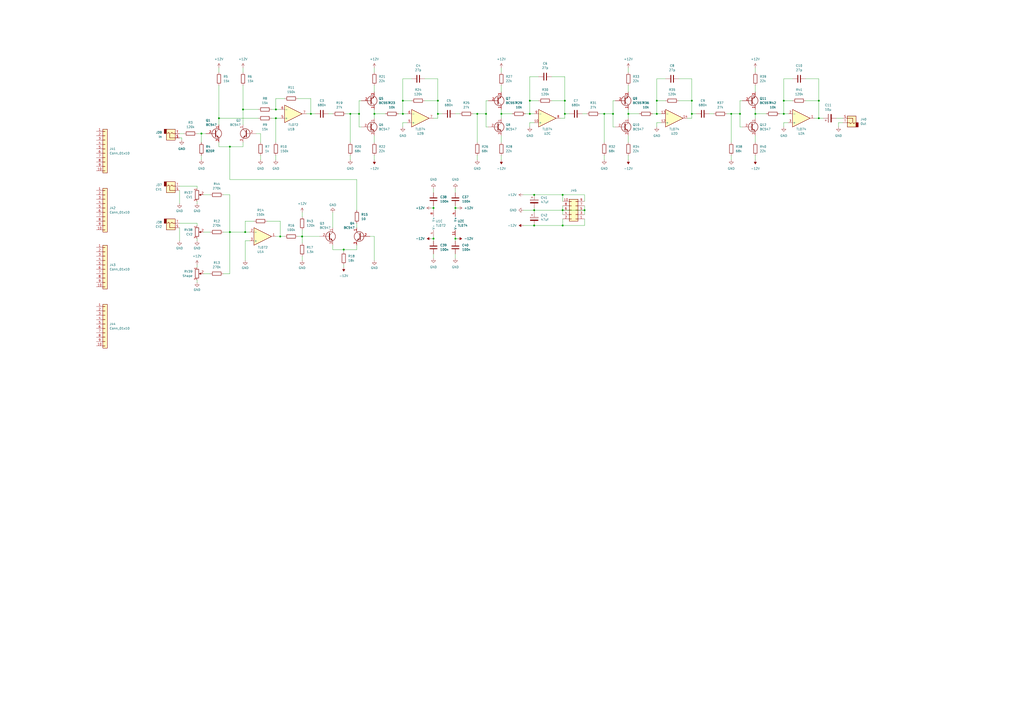
<source format=kicad_sch>
(kicad_sch (version 20230121) (generator eeschema)
  (paper "A2")
  (title_block (title "YuSynth Metalizer") (date "2022-09-02") (company "Max Bauer") (comment 1 "Eurorack Module"))
  (junction (at 175.26 137.16))
  (junction (at 474.98 68.58))
  (junction (at 309.88 130.81))
  (junction (at 364.49 66.04))
  (junction (at 339.09 121.92))
  (junction (at 264.16 120.65))
  (junction (at 454.66 66.04))
  (junction (at 199.39 144.78))
  (junction (at 326.39 113.03))
  (junction (at 326.39 130.81))
  (junction (at 355.6 66.04))
  (junction (at 203.2 66.04))
  (junction (at 327.66 66.04))
  (junction (at 454.66 58.42))
  (junction (at 326.39 121.92))
  (junction (at 180.34 66.04))
  (junction (at 264.16 138.43))
  (junction (at 438.15 66.04))
  (junction (at 160.02 68.58))
  (junction (at 133.35 85.09))
  (junction (at 133.35 134.62))
  (junction (at 281.94 66.04))
  (junction (at 429.26 66.04))
  (junction (at 208.28 66.04))
  (junction (at 424.18 66.04))
  (junction (at 217.17 66.04))
  (junction (at 251.46 120.65))
  (junction (at 309.88 121.92))
  (junction (at 276.86 66.04))
  (junction (at 162.56 137.16))
  (junction (at 350.52 66.04))
  (junction (at 233.68 58.42))
  (junction (at 127 68.58))
  (junction (at 401.32 58.42))
  (junction (at 307.34 58.42))
  (junction (at 142.24 134.62))
  (junction (at 254 58.42))
  (junction (at 140.97 63.5))
  (junction (at 474.98 58.42))
  (junction (at 251.46 138.43))
  (junction (at 233.68 66.04))
  (junction (at 309.88 113.03))
  (junction (at 401.32 66.04))
  (junction (at 381 66.04))
  (junction (at 307.34 66.04))
  (junction (at 290.83 66.04))
  (junction (at 116.84 77.47))
  (junction (at 160.02 63.5))
  (junction (at 254 66.04))
  (junction (at 381 58.42))
  (junction (at 327.66 58.42))
  (wire (pts (xy 127 68.58) (xy 127 72.39)))
  (wire (pts (xy 200.66 66.04) (xy 203.2 66.04)))
  (wire (pts (xy 142.24 139.7) (xy 144.78 139.7)))
  (wire (pts (xy 142.24 134.62) (xy 144.78 134.62)))
  (wire (pts (xy 429.26 66.04) (xy 429.26 73.66)))
  (wire (pts (xy 290.83 90.17) (xy 290.83 92.71)))
  (wire (pts (xy 160.02 90.17) (xy 160.02 92.71)))
  (wire (pts (xy 264.16 120.65) (xy 265.43 120.65)))
  (wire (pts (xy 424.18 90.17) (xy 424.18 92.71)))
  (wire (pts (xy 281.94 58.42) (xy 281.94 66.04)))
  (wire (pts (xy 172.72 57.15) (xy 180.34 57.15)))
  (wire (pts (xy 175.26 137.16) (xy 185.42 137.16)))
  (wire (pts (xy 250.19 120.65) (xy 251.46 120.65)))
  (wire (pts (xy 264.16 109.22) (xy 264.16 111.76)))
  (wire (pts (xy 251.46 137.16) (xy 251.46 138.43)))
  (wire (pts (xy 104.14 129.54) (xy 114.3 129.54)))
  (wire (pts (xy 378.46 66.04) (xy 381 66.04)))
  (wire (pts (xy 157.48 63.5) (xy 160.02 63.5)))
  (wire (pts (xy 327.66 66.04) (xy 327.66 68.58)))
  (wire (pts (xy 208.28 66.04) (xy 208.28 73.66)))
  (wire (pts (xy 127 49.53) (xy 127 68.58)))
  (wire (pts (xy 438.15 90.17) (xy 438.15 92.71)))
  (wire (pts (xy 105.41 81.28) (xy 105.41 80.01)))
  (wire (pts (xy 246.38 58.42) (xy 254 58.42)))
  (wire (pts (xy 309.88 121.92) (xy 326.39 121.92)))
  (wire (pts (xy 203.2 90.17) (xy 203.2 92.71)))
  (wire (pts (xy 157.48 68.58) (xy 160.02 68.58)))
  (wire (pts (xy 467.36 58.42) (xy 474.98 58.42)))
  (wire (pts (xy 304.8 66.04) (xy 307.34 66.04)))
  (wire (pts (xy 114.3 138.43) (xy 114.3 139.7)))
  (wire (pts (xy 424.18 66.04) (xy 424.18 82.55)))
  (wire (pts (xy 307.34 44.45) (xy 307.34 58.42)))
  (wire (pts (xy 355.6 66.04) (xy 355.6 73.66)))
  (wire (pts (xy 326.39 113.03) (xy 339.09 113.03)))
  (wire (pts (xy 281.94 66.04) (xy 281.94 73.66)))
  (wire (pts (xy 281.94 73.66) (xy 283.21 73.66)))
  (wire (pts (xy 327.66 68.58) (xy 325.12 68.58)))
  (wire (pts (xy 290.83 39.37) (xy 290.83 41.91)))
  (wire (pts (xy 118.11 113.03) (xy 121.92 113.03)))
  (wire (pts (xy 327.66 66.04) (xy 330.2 66.04)))
  (wire (pts (xy 454.66 58.42) (xy 454.66 66.04)))
  (wire (pts (xy 133.35 104.14) (xy 207.01 104.14)))
  (wire (pts (xy 401.32 66.04) (xy 401.32 68.58)))
  (wire (pts (xy 290.83 63.5) (xy 290.83 66.04)))
  (wire (pts (xy 177.8 66.04) (xy 180.34 66.04)))
  (wire (pts (xy 208.28 73.66) (xy 209.55 73.66)))
  (wire (pts (xy 251.46 147.32) (xy 251.46 149.86)))
  (wire (pts (xy 193.04 123.19) (xy 193.04 132.08)))
  (wire (pts (xy 233.68 45.72) (xy 233.68 58.42)))
  (wire (pts (xy 276.86 66.04) (xy 276.86 82.55)))
  (wire (pts (xy 339.09 121.92) (xy 339.09 124.46)))
  (wire (pts (xy 488.95 71.12) (xy 486.41 71.12)))
  (wire (pts (xy 290.83 66.04) (xy 297.18 66.04)))
  (wire (pts (xy 250.19 138.43) (xy 251.46 138.43)))
  (wire (pts (xy 217.17 90.17) (xy 217.17 92.71)))
  (wire (pts (xy 438.15 66.04) (xy 444.5 66.04)))
  (wire (pts (xy 364.49 39.37) (xy 364.49 41.91)))
  (wire (pts (xy 350.52 66.04) (xy 350.52 82.55)))
  (wire (pts (xy 312.42 58.42) (xy 307.34 58.42)))
  (wire (pts (xy 118.11 158.75) (xy 121.92 158.75)))
  (wire (pts (xy 151.13 90.17) (xy 151.13 92.71)))
  (wire (pts (xy 160.02 57.15) (xy 160.02 63.5)))
  (wire (pts (xy 180.34 57.15) (xy 180.34 66.04)))
  (wire (pts (xy 276.86 66.04) (xy 281.94 66.04)))
  (wire (pts (xy 160.02 68.58) (xy 162.56 68.58)))
  (wire (pts (xy 401.32 66.04) (xy 403.86 66.04)))
  (wire (pts (xy 393.7 45.72) (xy 401.32 45.72)))
  (wire (pts (xy 474.98 68.58) (xy 472.44 68.58)))
  (wire (pts (xy 140.97 85.09) (xy 140.97 82.55)))
  (wire (pts (xy 114.3 116.84) (xy 114.3 118.11)))
  (wire (pts (xy 320.04 44.45) (xy 327.66 44.45)))
  (wire (pts (xy 474.98 68.58) (xy 477.52 68.58)))
  (wire (pts (xy 364.49 49.53) (xy 364.49 53.34)))
  (wire (pts (xy 307.34 58.42) (xy 307.34 66.04)))
  (wire (pts (xy 276.86 90.17) (xy 276.86 92.71)))
  (wire (pts (xy 129.54 134.62) (xy 133.35 134.62)))
  (wire (pts (xy 350.52 90.17) (xy 350.52 92.71)))
  (wire (pts (xy 364.49 90.17) (xy 364.49 92.71)))
  (wire (pts (xy 133.35 85.09) (xy 140.97 85.09)))
  (wire (pts (xy 290.83 66.04) (xy 290.83 68.58)))
  (wire (pts (xy 254 58.42) (xy 254 66.04)))
  (wire (pts (xy 127 39.37) (xy 127 41.91)))
  (wire (pts (xy 209.55 58.42) (xy 208.28 58.42)))
  (wire (pts (xy 309.88 121.92) (xy 309.88 123.19)))
  (wire (pts (xy 160.02 68.58) (xy 160.02 82.55)))
  (wire (pts (xy 142.24 139.7) (xy 142.24 151.13)))
  (wire (pts (xy 207.01 104.14) (xy 207.01 121.92)))
  (wire (pts (xy 207.01 129.54) (xy 207.01 132.08)))
  (wire (pts (xy 233.68 58.42) (xy 233.68 66.04)))
  (wire (pts (xy 151.13 77.47) (xy 151.13 82.55)))
  (wire (pts (xy 127 85.09) (xy 133.35 85.09)))
  (wire (pts (xy 320.04 58.42) (xy 327.66 58.42)))
  (wire (pts (xy 217.17 78.74) (xy 217.17 82.55)))
  (wire (pts (xy 172.72 137.16) (xy 175.26 137.16)))
  (wire (pts (xy 401.32 45.72) (xy 401.32 58.42)))
  (wire (pts (xy 199.39 144.78) (xy 199.39 146.05)))
  (wire (pts (xy 381 45.72) (xy 381 58.42)))
  (wire (pts (xy 160.02 57.15) (xy 165.1 57.15)))
  (wire (pts (xy 326.39 130.81) (xy 326.39 127)))
  (wire (pts (xy 129.54 158.75) (xy 133.35 158.75)))
  (wire (pts (xy 133.35 134.62) (xy 133.35 113.03)))
  (wire (pts (xy 214.63 137.16) (xy 217.17 137.16)))
  (wire (pts (xy 327.66 58.42) (xy 327.66 66.04)))
  (wire (pts (xy 193.04 142.24) (xy 193.04 144.78)))
  (wire (pts (xy 238.76 45.72) (xy 233.68 45.72)))
  (wire (pts (xy 355.6 58.42) (xy 355.6 66.04)))
  (wire (pts (xy 264.16 138.43) (xy 264.16 139.7)))
  (wire (pts (xy 438.15 39.37) (xy 438.15 41.91)))
  (wire (pts (xy 175.26 137.16) (xy 175.26 140.97)))
  (wire (pts (xy 199.39 144.78) (xy 207.01 144.78)))
  (wire (pts (xy 303.53 130.81) (xy 309.88 130.81)))
  (wire (pts (xy 386.08 45.72) (xy 381 45.72)))
  (wire (pts (xy 114.3 129.54) (xy 114.3 130.81)))
  (wire (pts (xy 326.39 130.81) (xy 339.09 130.81)))
  (wire (pts (xy 104.14 110.49) (xy 104.14 118.11)))
  (wire (pts (xy 233.68 66.04) (xy 236.22 66.04)))
  (wire (pts (xy 411.48 66.04) (xy 414.02 66.04)))
  (wire (pts (xy 251.46 119.38) (xy 251.46 120.65)))
  (wire (pts (xy 309.88 130.81) (xy 326.39 130.81)))
  (wire (pts (xy 217.17 39.37) (xy 217.17 41.91)))
  (wire (pts (xy 140.97 49.53) (xy 140.97 63.5)))
  (wire (pts (xy 129.54 113.03) (xy 133.35 113.03)))
  (wire (pts (xy 175.26 148.59) (xy 175.26 151.13)))
  (wire (pts (xy 430.53 58.42) (xy 429.26 58.42)))
  (wire (pts (xy 105.41 80.01) (xy 104.14 80.01)))
  (wire (pts (xy 326.39 119.38) (xy 326.39 121.92)))
  (wire (pts (xy 148.59 77.47) (xy 151.13 77.47)))
  (wire (pts (xy 254 66.04) (xy 256.54 66.04)))
  (wire (pts (xy 438.15 78.74) (xy 438.15 82.55)))
  (wire (pts (xy 303.53 113.03) (xy 309.88 113.03)))
  (wire (pts (xy 307.34 66.04) (xy 309.88 66.04)))
  (wire (pts (xy 199.39 153.67) (xy 199.39 154.94)))
  (wire (pts (xy 104.14 107.95) (xy 114.3 107.95)))
  (wire (pts (xy 246.38 45.72) (xy 254 45.72)))
  (wire (pts (xy 180.34 66.04) (xy 182.88 66.04)))
  (wire (pts (xy 290.83 49.53) (xy 290.83 53.34)))
  (wire (pts (xy 424.18 66.04) (xy 429.26 66.04)))
  (wire (pts (xy 457.2 71.12) (xy 454.66 71.12)))
  (wire (pts (xy 381 66.04) (xy 383.54 66.04)))
  (wire (pts (xy 114.3 162.56) (xy 114.3 163.83)))
  (wire (pts (xy 309.88 71.12) (xy 307.34 71.12)))
  (wire (pts (xy 203.2 66.04) (xy 203.2 82.55)))
  (wire (pts (xy 326.39 121.92) (xy 339.09 121.92)))
  (wire (pts (xy 264.16 120.65) (xy 264.16 121.92)))
  (wire (pts (xy 438.15 66.04) (xy 438.15 68.58)))
  (wire (pts (xy 309.88 120.65) (xy 309.88 121.92)))
  (wire (pts (xy 254 68.58) (xy 251.46 68.58)))
  (wire (pts (xy 104.14 132.08) (xy 104.14 139.7)))
  (wire (pts (xy 140.97 39.37) (xy 140.97 41.91)))
  (wire (pts (xy 264.16 119.38) (xy 264.16 120.65)))
  (wire (pts (xy 264.16 138.43) (xy 265.43 138.43)))
  (wire (pts (xy 238.76 58.42) (xy 233.68 58.42)))
  (wire (pts (xy 429.26 58.42) (xy 429.26 66.04)))
  (wire (pts (xy 116.84 90.17) (xy 116.84 92.71)))
  (wire (pts (xy 339.09 113.03) (xy 339.09 116.84)))
  (wire (pts (xy 190.5 66.04) (xy 193.04 66.04)))
  (wire (pts (xy 217.17 49.53) (xy 217.17 53.34)))
  (wire (pts (xy 454.66 71.12) (xy 454.66 73.66)))
  (wire (pts (xy 175.26 133.35) (xy 175.26 137.16)))
  (wire (pts (xy 303.53 121.92) (xy 309.88 121.92)))
  (wire (pts (xy 459.74 45.72) (xy 454.66 45.72)))
  (wire (pts (xy 127 82.55) (xy 127 85.09)))
  (wire (pts (xy 326.39 121.92) (xy 326.39 124.46)))
  (wire (pts (xy 160.02 63.5) (xy 162.56 63.5)))
  (wire (pts (xy 175.26 123.19) (xy 175.26 125.73)))
  (wire (pts (xy 355.6 73.66) (xy 356.87 73.66)))
  (wire (pts (xy 337.82 66.04) (xy 340.36 66.04)))
  (wire (pts (xy 264.16 147.32) (xy 264.16 149.86)))
  (wire (pts (xy 459.74 58.42) (xy 454.66 58.42)))
  (wire (pts (xy 364.49 78.74) (xy 364.49 82.55)))
  (wire (pts (xy 133.35 134.62) (xy 142.24 134.62)))
  (wire (pts (xy 114.3 77.47) (xy 116.84 77.47)))
  (wire (pts (xy 160.02 137.16) (xy 162.56 137.16)))
  (wire (pts (xy 231.14 66.04) (xy 233.68 66.04)))
  (wire (pts (xy 386.08 58.42) (xy 381 58.42)))
  (wire (pts (xy 364.49 66.04) (xy 370.84 66.04)))
  (wire (pts (xy 162.56 137.16) (xy 165.1 137.16)))
  (wire (pts (xy 350.52 66.04) (xy 355.6 66.04)))
  (wire (pts (xy 307.34 71.12) (xy 307.34 73.66)))
  (wire (pts (xy 438.15 63.5) (xy 438.15 66.04)))
  (wire (pts (xy 114.3 107.95) (xy 114.3 109.22)))
  (wire (pts (xy 326.39 113.03) (xy 326.39 116.84)))
  (wire (pts (xy 356.87 58.42) (xy 355.6 58.42)))
  (wire (pts (xy 421.64 66.04) (xy 424.18 66.04)))
  (wire (pts (xy 401.32 58.42) (xy 401.32 66.04)))
  (wire (pts (xy 142.24 128.27) (xy 147.32 128.27)))
  (wire (pts (xy 381 58.42) (xy 381 66.04)))
  (wire (pts (xy 290.83 78.74) (xy 290.83 82.55)))
  (wire (pts (xy 383.54 71.12) (xy 381 71.12)))
  (wire (pts (xy 312.42 44.45) (xy 307.34 44.45)))
  (wire (pts (xy 347.98 66.04) (xy 350.52 66.04)))
  (wire (pts (xy 251.46 109.22) (xy 251.46 111.76)))
  (wire (pts (xy 309.88 113.03) (xy 326.39 113.03)))
  (wire (pts (xy 364.49 63.5) (xy 364.49 66.04)))
  (wire (pts (xy 254 45.72) (xy 254 58.42)))
  (wire (pts (xy 217.17 137.16) (xy 217.17 151.13)))
  (wire (pts (xy 264.16 137.16) (xy 264.16 138.43)))
  (wire (pts (xy 339.09 119.38) (xy 339.09 121.92)))
  (wire (pts (xy 133.35 85.09) (xy 133.35 104.14)))
  (wire (pts (xy 474.98 58.42) (xy 474.98 68.58)))
  (wire (pts (xy 118.11 134.62) (xy 121.92 134.62)))
  (wire (pts (xy 454.66 45.72) (xy 454.66 58.42)))
  (wire (pts (xy 364.49 66.04) (xy 364.49 68.58)))
  (wire (pts (xy 467.36 45.72) (xy 474.98 45.72)))
  (wire (pts (xy 401.32 68.58) (xy 398.78 68.58)))
  (wire (pts (xy 217.17 63.5) (xy 217.17 66.04)))
  (wire (pts (xy 283.21 58.42) (xy 281.94 58.42)))
  (wire (pts (xy 454.66 66.04) (xy 457.2 66.04)))
  (wire (pts (xy 381 71.12) (xy 381 73.66)))
  (wire (pts (xy 474.98 45.72) (xy 474.98 58.42)))
  (wire (pts (xy 114.3 153.67) (xy 114.3 154.94)))
  (wire (pts (xy 274.32 66.04) (xy 276.86 66.04)))
  (wire (pts (xy 452.12 66.04) (xy 454.66 66.04)))
  (wire (pts (xy 162.56 128.27) (xy 162.56 137.16)))
  (wire (pts (xy 429.26 73.66) (xy 430.53 73.66)))
  (wire (pts (xy 251.46 138.43) (xy 251.46 139.7)))
  (wire (pts (xy 116.84 77.47) (xy 119.38 77.47)))
  (wire (pts (xy 154.94 128.27) (xy 162.56 128.27)))
  (wire (pts (xy 203.2 66.04) (xy 208.28 66.04)))
  (wire (pts (xy 339.09 130.81) (xy 339.09 127)))
  (wire (pts (xy 264.16 66.04) (xy 266.7 66.04)))
  (wire (pts (xy 327.66 44.45) (xy 327.66 58.42)))
  (wire (pts (xy 142.24 128.27) (xy 142.24 134.62)))
  (wire (pts (xy 485.14 68.58) (xy 488.95 68.58)))
  (wire (pts (xy 208.28 58.42) (xy 208.28 66.04)))
  (wire (pts (xy 217.17 66.04) (xy 223.52 66.04)))
  (wire (pts (xy 140.97 63.5) (xy 149.86 63.5)))
  (wire (pts (xy 116.84 77.47) (xy 116.84 82.55)))
  (wire (pts (xy 127 68.58) (xy 149.86 68.58)))
  (wire (pts (xy 236.22 71.12) (xy 233.68 71.12)))
  (wire (pts (xy 207.01 144.78) (xy 207.01 142.24)))
  (wire (pts (xy 133.35 158.75) (xy 133.35 134.62)))
  (wire (pts (xy 140.97 63.5) (xy 140.97 72.39)))
  (wire (pts (xy 217.17 66.04) (xy 217.17 68.58)))
  (wire (pts (xy 193.04 144.78) (xy 199.39 144.78)))
  (wire (pts (xy 254 66.04) (xy 254 68.58)))
  (wire (pts (xy 486.41 71.12) (xy 486.41 73.66)))
  (wire (pts (xy 251.46 120.65) (xy 251.46 121.92)))
  (wire (pts (xy 233.68 71.12) (xy 233.68 73.66)))
  (wire (pts (xy 104.14 77.47) (xy 106.68 77.47)))
  (wire (pts (xy 438.15 49.53) (xy 438.15 53.34)))
  (wire (pts (xy 393.7 58.42) (xy 401.32 58.42)))
  (symbol (lib_id "Amplifier_Operational:TL072") (at 170.18 66.04 0) (mirror x) (unit 2)
    (property "Reference" "U1" (at 168.91 74.93 0))
    (property "Value" "TL072" (at 170.18 72.39 0))
    (property "Footprint" "Package_DIP:DIP-8_W7.62mm_LongPads" (effects hide))
    (property "Datasheet" "http://www.ti.com/lit/ds/symlink/tl071.pdf" (effects hide))
  )
  (symbol (lib_id "power:+12V") (at 175.26 123.19 0) (unit 1)
    (property "Reference" "#PWR042" (effects hide))
    (property "Value" "+12V" (at 175.26 118.11 0))
  )
  (symbol (lib_id "Device:R") (at 438.15 45.72 0) (unit 1)
    (property "Reference" "R39" (at 440.69 44.4499 0) (effects (justify left)))
    (property "Value" "22k" (at 440.69 46.9899 0) (effects (justify left)))
    (property "Footprint" "Resistor_THT:R_Axial_DIN0207_L6.3mm_D2.5mm_P7.62mm_Horizontal" (effects hide))
  )
  (symbol (lib_id "power:GND") (at 251.46 149.86 0) (unit 1)
    (property "Reference" "#PWR055" (effects hide))
    (property "Value" "GND" (at 251.46 154.94 0))
  )
  (symbol (lib_id "Device:R") (at 290.83 45.72 0) (unit 1)
    (property "Reference" "R27" (at 293.37 44.4499 0) (effects (justify left)))
    (property "Value" "22k" (at 293.37 46.9899 0) (effects (justify left)))
    (property "Footprint" "Resistor_THT:R_Axial_DIN0207_L6.3mm_D2.5mm_P7.62mm_Horizontal" (effects hide))
  )
  (symbol (lib_id "Device:R_Potentiometer") (at 114.3 134.62 0) (unit 1)
    (property "Reference" "RV38" (at 111.76 133.35 0) (effects (justify right)))
    (property "Value" "CV2" (at 111.76 135.89 0) (effects (justify right)))
    (property "Footprint" "Potentiometer_THT:Potentiometer_Alpha_RD901F-40-00D_Single_Vertical" (effects hide))
  )
  (symbol (lib_id "Amplifier_Operational:TL074") (at 243.84 68.58 0) (mirror x) (unit 2)
    (property "Reference" "U2" (at 243.84 77.47 0))
    (property "Value" "TL074" (at 243.84 74.93 0))
    (property "Footprint" "Package_DIP:DIP-14_W7.62mm_LongPads" (effects hide))
    (property "Datasheet" "http://www.ti.com/lit/ds/symlink/tl071.pdf" (effects hide))
  )
  (symbol (lib_id "power:GND") (at 105.41 81.28 0) (unit 1)
    (property "Reference" "#PWR0123" (effects hide))
    (property "Value" "GND" (at 105.41 86.36 0))
  )
  (symbol (lib_id "Device:R") (at 417.83 66.04 90) (unit 1)
    (property "Reference" "R37" (at 417.83 59.69 90))
    (property "Value" "27k" (at 417.83 62.23 90))
    (property "Footprint" "Resistor_THT:R_Axial_DIN0207_L6.3mm_D2.5mm_P7.62mm_Horizontal" (effects hide))
  )
  (symbol (lib_id "Device:R") (at 125.73 134.62 90) (unit 1)
    (property "Reference" "R12" (at 125.73 128.27 90))
    (property "Value" "270k" (at 125.73 130.81 90))
    (property "Footprint" "Resistor_THT:R_Axial_DIN0207_L6.3mm_D2.5mm_P7.62mm_Horizontal" (effects hide))
  )
  (symbol (lib_id "power:GND") (at 203.2 92.71 0) (unit 1)
    (property "Reference" "#PWR0105" (effects hide))
    (property "Value" "GND" (at 203.2 97.79 0))
  )
  (symbol (lib_id "Device:C_Polarized") (at 309.88 116.84 0) (unit 1)
    (property "Reference" "C41" (at 313.69 114.681 0) (effects (justify left)))
    (property "Value" "47uf" (at 313.69 117.221 0) (effects (justify left)))
    (property "Footprint" "Capacitor_THT:CP_Radial_D6.3mm_P2.50mm" (effects hide))
  )
  (symbol (lib_id "Transistor_BJT:BC547") (at 209.55 137.16 0) (mirror y) (unit 1)
    (property "Reference" "Q4" (at 205.74 129.54 0) (effects (justify left)))
    (property "Value" "BC547" (at 205.74 132.08 0) (effects (justify left)))
    (property "Footprint" "Package_TO_SOT_THT:TO-92_Inline" (effects hide))
    (property "Datasheet" "https://www.onsemi.com/pub/Collateral/BC550-D.pdf" (effects hide))
  )
  (symbol (lib_id "power:+12V") (at 290.83 39.37 0) (unit 1)
    (property "Reference" "#PWR0103" (effects hide))
    (property "Value" "+12V" (at 290.83 34.29 0))
  )
  (symbol (lib_id "power:+12V") (at 217.17 39.37 0) (unit 1)
    (property "Reference" "#PWR0119" (effects hide))
    (property "Value" "+12V" (at 217.17 34.29 0))
  )
  (symbol (lib_id "power:GND") (at 104.14 139.7 0) (unit 1)
    (property "Reference" "#PWR049" (effects hide))
    (property "Value" "GND" (at 104.14 143.9717 0))
  )
  (symbol (lib_id "Device:R") (at 242.57 58.42 90) (unit 1)
    (property "Reference" "R24" (at 242.57 52.07 90))
    (property "Value" "120k" (at 242.57 54.61 90))
    (property "Footprint" "Resistor_THT:R_Axial_DIN0207_L6.3mm_D2.5mm_P7.62mm_Horizontal" (effects hide))
  )
  (symbol (lib_id "power:GND") (at 264.16 109.22 180) (unit 1)
    (property "Reference" "#PWR053" (effects hide))
    (property "Value" "GND" (at 264.16 104.14 0))
  )
  (symbol (lib_id "Device:C") (at 389.89 45.72 90) (unit 1)
    (property "Reference" "C8" (at 389.89 38.1 90))
    (property "Value" "27p" (at 389.89 40.64 90))
    (property "Footprint" "Capacitor_THT:C_Rect_L4.0mm_W2.5mm_P2.50mm" (effects hide))
  )
  (symbol (lib_id "power:GND") (at 233.68 73.66 0) (unit 1)
    (property "Reference" "#PWR0106" (effects hide))
    (property "Value" "GND" (at 233.68 78.74 0))
  )
  (symbol (lib_id "power:GND") (at 142.24 151.13 0) (unit 1)
    (property "Reference" "#PWR045" (effects hide))
    (property "Value" "GND" (at 142.24 155.4017 0))
  )
  (symbol (lib_id "Device:R") (at 424.18 86.36 0) (unit 1)
    (property "Reference" "R38" (at 426.72 85.0899 0) (effects (justify left)))
    (property "Value" "68k" (at 426.72 87.6299 0) (effects (justify left)))
    (property "Footprint" "Resistor_THT:R_Axial_DIN0207_L6.3mm_D2.5mm_P7.62mm_Horizontal" (effects hide))
  )
  (symbol (lib_id "Device:R") (at 389.89 58.42 90) (unit 1)
    (property "Reference" "R35" (at 389.89 52.07 90))
    (property "Value" "120k" (at 389.89 54.61 90))
    (property "Footprint" "Resistor_THT:R_Axial_DIN0207_L6.3mm_D2.5mm_P7.62mm_Horizontal" (effects hide))
  )
  (symbol (lib_id "Device:R") (at 168.91 57.15 90) (unit 1)
    (property "Reference" "R11" (at 168.91 50.8 90))
    (property "Value" "150k" (at 168.91 53.34 90))
    (property "Footprint" "Resistor_THT:R_Axial_DIN0207_L6.3mm_D2.5mm_P7.62mm_Horizontal" (effects hide))
  )
  (symbol (lib_id "Connector:AudioJack2") (at 99.06 107.95 0) (mirror x) (unit 1)
    (property "Reference" "J37" (at 93.98 107.315 0) (effects (justify right)))
    (property "Value" "CV1" (at 93.98 109.855 0) (effects (justify right)))
    (property "Footprint" "Connector_Audio:Jack_3.5mm_QingPu_WQP-PJ398SM_Vertical_CircularHoles" (effects hide))
  )
  (symbol (lib_id "Device:R") (at 160.02 86.36 0) (unit 1)
    (property "Reference" "R10" (at 162.56 85.0899 0) (effects (justify left)))
    (property "Value" "150k" (at 162.56 87.6299 0) (effects (justify left)))
    (property "Footprint" "Resistor_THT:R_Axial_DIN0207_L6.3mm_D2.5mm_P7.62mm_Horizontal" (effects hide))
  )
  (symbol (lib_id "power:GND") (at 276.86 92.71 0) (unit 1)
    (property "Reference" "#PWR0116" (effects hide))
    (property "Value" "GND" (at 276.86 97.79 0))
  )
  (symbol (lib_id "Device:R") (at 199.39 149.86 0) (unit 1)
    (property "Reference" "R18" (at 201.93 148.59 0) (effects (justify left)))
    (property "Value" "18k" (at 201.93 151.13 0) (effects (justify left)))
    (property "Footprint" "Resistor_THT:R_Axial_DIN0207_L6.3mm_D2.5mm_P7.62mm_Horizontal" (effects hide))
  )
  (symbol (lib_id "Connector_Generic:Conn_01x10") (at 60.96 187.96 0) (unit 1)
    (property "Reference" "J44" (at 63.5 187.96 0) (effects (justify left)))
    (property "Value" "Conn_01x10" (at 63.5 190.5 0) (effects (justify left)))
    (property "Footprint" "Connector_PinHeader_2.54mm:PinHeader_1x10_P2.54mm_Vertical" (effects hide))
  )
  (symbol (lib_id "power:GND") (at 381 73.66 0) (unit 1)
    (property "Reference" "#PWR0111" (effects hide))
    (property "Value" "GND" (at 381 78.74 0))
  )
  (symbol (lib_id "Transistor_BJT:BC547") (at 124.46 77.47 0) (unit 1)
    (property "Reference" "Q1" (at 119.38 69.85 0) (effects (justify left)))
    (property "Value" "BC547" (at 119.38 72.39 0) (effects (justify left)))
    (property "Footprint" "Package_TO_SOT_THT:TO-92_Inline" (effects hide))
    (property "Datasheet" "https://www.onsemi.com/pub/Collateral/BC550-D.pdf" (effects hide))
  )
  (symbol (lib_id "Device:R") (at 125.73 158.75 90) (unit 1)
    (property "Reference" "R13" (at 125.73 152.4 90))
    (property "Value" "270k" (at 125.73 154.94 90))
    (property "Footprint" "Resistor_THT:R_Axial_DIN0207_L6.3mm_D2.5mm_P7.62mm_Horizontal" (effects hide))
  )
  (symbol (lib_id "power:-12V") (at 199.39 154.94 180) (unit 1)
    (property "Reference" "#PWR059" (effects hide))
    (property "Value" "-12V" (at 199.39 160.02 0))
  )
  (symbol (lib_id "Device:C") (at 251.46 115.57 0) (unit 1)
    (property "Reference" "C38" (at 255.27 114.3 0) (effects (justify left)))
    (property "Value" "100n" (at 255.27 116.84 0) (effects (justify left)))
    (property "Footprint" "Capacitor_THT:C_Rect_L7.0mm_W2.0mm_P5.00mm" (effects hide))
  )
  (symbol (lib_id "Device:C") (at 334.01 66.04 90) (unit 1)
    (property "Reference" "C7" (at 334.01 58.42 90))
    (property "Value" "680n" (at 334.01 60.96 90))
    (property "Footprint" "Capacitor_THT:C_Rect_L7.0mm_W3.5mm_P5.00mm" (effects hide))
  )
  (symbol (lib_id "Device:C") (at 264.16 143.51 0) (unit 1)
    (property "Reference" "C40" (at 267.97 142.24 0) (effects (justify left)))
    (property "Value" "100n" (at 267.97 144.78 0) (effects (justify left)))
    (property "Footprint" "Capacitor_THT:C_Rect_L7.0mm_W2.0mm_P5.00mm" (effects hide))
  )
  (symbol (lib_id "Connector:AudioJack2") (at 99.06 77.47 0) (mirror x) (unit 1)
    (property "Reference" "J39" (at 93.98 76.835 0) (effects (justify right)))
    (property "Value" "In" (at 93.98 79.375 0) (effects (justify right)))
    (property "Footprint" "Connector_Audio:Jack_3.5mm_QingPu_WQP-PJ398SM_Vertical_CircularHoles" (effects hide))
  )
  (symbol (lib_id "Device:C") (at 260.35 66.04 90) (unit 1)
    (property "Reference" "C5" (at 260.35 58.42 90))
    (property "Value" "680n" (at 260.35 60.96 90))
    (property "Footprint" "Capacitor_THT:C_Rect_L7.0mm_W3.5mm_P5.00mm" (effects hide))
  )
  (symbol (lib_id "Amplifier_Operational:TL074") (at 391.16 68.58 0) (mirror x) (unit 4)
    (property "Reference" "U2" (at 391.16 77.47 0))
    (property "Value" "TL074" (at 391.16 74.93 0))
    (property "Footprint" "Package_DIP:DIP-14_W7.62mm_LongPads" (effects hide))
    (property "Datasheet" "http://www.ti.com/lit/ds/symlink/tl071.pdf" (effects hide))
  )
  (symbol (lib_id "power:+12V") (at 303.53 113.03 90) (unit 1)
    (property "Reference" "#PWR057" (effects hide))
    (property "Value" "+12V" (at 299.72 113.03 90) (effects (justify left)))
  )
  (symbol (lib_id "Device:C") (at 264.16 115.57 0) (unit 1)
    (property "Reference" "C37" (at 267.97 114.3 0) (effects (justify left)))
    (property "Value" "100n" (at 267.97 116.84 0) (effects (justify left)))
    (property "Footprint" "Capacitor_THT:C_Rect_L7.0mm_W2.0mm_P5.00mm" (effects hide))
  )
  (symbol (lib_id "Transistor_BJT:BC557") (at 435.61 58.42 0) (mirror x) (unit 1)
    (property "Reference" "Q11" (at 440.69 57.1499 0) (effects (justify left)))
    (property "Value" "BC557" (at 440.69 59.6899 0) (effects (justify left)))
    (property "Footprint" "Package_TO_SOT_THT:TO-92_Inline" (effects hide))
    (property "Datasheet" "https://www.onsemi.com/pub/Collateral/BC556BTA-D.pdf" (effects hide))
  )
  (symbol (lib_id "Device:R") (at 227.33 66.04 90) (unit 1)
    (property "Reference" "R23" (at 227.33 59.69 90))
    (property "Value" "10k" (at 227.33 62.23 90))
    (property "Footprint" "Resistor_THT:R_Axial_DIN0207_L6.3mm_D2.5mm_P7.62mm_Horizontal" (effects hide))
  )
  (symbol (lib_id "Device:R") (at 116.84 86.36 0) (unit 1)
    (property "Reference" "R4" (at 119.38 85.0899 0) (effects (justify left)))
    (property "Value" "820R" (at 119.38 87.6299 0) (effects (justify left)))
    (property "Footprint" "Resistor_THT:R_Axial_DIN0207_L6.3mm_D2.5mm_P7.62mm_Horizontal" (effects hide))
  )
  (symbol (lib_id "Transistor_BJT:BC547") (at 214.63 73.66 0) (unit 1)
    (property "Reference" "Q6" (at 219.71 72.3899 0) (effects (justify left)))
    (property "Value" "BC547" (at 219.71 74.9299 0) (effects (justify left)))
    (property "Footprint" "Package_TO_SOT_THT:TO-92_Inline" (effects hide))
    (property "Datasheet" "https://www.onsemi.com/pub/Collateral/BC550-D.pdf" (effects hide))
  )
  (symbol (lib_id "power:GND") (at 454.66 73.66 0) (unit 1)
    (property "Reference" "#PWR0109" (effects hide))
    (property "Value" "GND" (at 454.66 78.74 0))
  )
  (symbol (lib_id "power:GND") (at 251.46 109.22 180) (unit 1)
    (property "Reference" "#PWR052" (effects hide))
    (property "Value" "GND" (at 251.46 104.14 0))
  )
  (symbol (lib_id "Device:R") (at 127 45.72 0) (unit 1)
    (property "Reference" "R5" (at 129.54 44.4499 0) (effects (justify left)))
    (property "Value" "15k" (at 129.54 46.9899 0) (effects (justify left)))
    (property "Footprint" "Resistor_THT:R_Axial_DIN0207_L6.3mm_D2.5mm_P7.62mm_Horizontal" (effects hide))
  )
  (symbol (lib_id "Device:R") (at 217.17 86.36 0) (unit 1)
    (property "Reference" "R22" (at 219.71 85.0899 0) (effects (justify left)))
    (property "Value" "22k" (at 219.71 87.6299 0) (effects (justify left)))
    (property "Footprint" "Resistor_THT:R_Axial_DIN0207_L6.3mm_D2.5mm_P7.62mm_Horizontal" (effects hide))
  )
  (symbol (lib_id "power:GND") (at 116.84 92.71 0) (unit 1)
    (property "Reference" "#PWR0120" (effects hide))
    (property "Value" "GND" (at 116.84 97.79 0))
  )
  (symbol (lib_id "Device:R") (at 344.17 66.04 90) (unit 1)
    (property "Reference" "R31" (at 344.17 59.69 90))
    (property "Value" "27k" (at 344.17 62.23 90))
    (property "Footprint" "Resistor_THT:R_Axial_DIN0207_L6.3mm_D2.5mm_P7.62mm_Horizontal" (effects hide))
  )
  (symbol (lib_id "power:GND") (at 307.34 73.66 0) (unit 1)
    (property "Reference" "#PWR0113" (effects hide))
    (property "Value" "GND" (at 307.34 78.74 0))
  )
  (symbol (lib_id "power:+12V") (at 114.3 153.67 0) (unit 1)
    (property "Reference" "#PWR051" (effects hide))
    (property "Value" "+12V" (at 114.3 148.59 0))
  )
  (symbol (lib_id "Device:C") (at 251.46 143.51 0) (unit 1)
    (property "Reference" "C39" (at 255.27 142.24 0) (effects (justify left)))
    (property "Value" "100n" (at 255.27 144.78 0) (effects (justify left)))
    (property "Footprint" "Capacitor_THT:C_Rect_L7.0mm_W2.0mm_P5.00mm" (effects hide))
  )
  (symbol (lib_id "power:GND") (at 114.3 163.83 0) (unit 1)
    (property "Reference" "#PWR050" (effects hide))
    (property "Value" "GND" (at 114.3 168.1017 0))
  )
  (symbol (lib_id "Device:R") (at 207.01 125.73 0) (unit 1)
    (property "Reference" "R15" (at 209.55 124.4599 0) (effects (justify left)))
    (property "Value" "10" (at 209.55 126.9999 0) (effects (justify left)))
    (property "Footprint" "Resistor_THT:R_Axial_DIN0207_L6.3mm_D2.5mm_P7.62mm_Horizontal" (effects hide))
  )
  (symbol (lib_id "Device:R") (at 153.67 68.58 90) (unit 1)
    (property "Reference" "R9" (at 153.67 72.39 90))
    (property "Value" "15k" (at 153.67 74.93 90))
    (property "Footprint" "Resistor_THT:R_Axial_DIN0207_L6.3mm_D2.5mm_P7.62mm_Horizontal" (effects hide))
  )
  (symbol (lib_id "power:GND") (at 350.52 92.71 0) (unit 1)
    (property "Reference" "#PWR0107" (effects hide))
    (property "Value" "GND" (at 350.52 97.79 0))
  )
  (symbol (lib_id "Device:C") (at 242.57 45.72 90) (unit 1)
    (property "Reference" "C4" (at 242.57 38.1 90))
    (property "Value" "27p" (at 242.57 40.64 90))
    (property "Footprint" "Capacitor_THT:C_Rect_L4.0mm_W2.5mm_P2.50mm" (effects hide))
  )
  (symbol (lib_id "power:-12V") (at 265.43 138.43 270) (unit 1)
    (property "Reference" "#PWR063" (effects hide))
    (property "Value" "-12V" (at 269.24 138.43 90) (effects (justify left)))
  )
  (symbol (lib_id "Device:R") (at 374.65 66.04 90) (unit 1)
    (property "Reference" "R36" (at 374.65 59.69 90))
    (property "Value" "10k" (at 374.65 62.23 90))
    (property "Footprint" "Resistor_THT:R_Axial_DIN0207_L6.3mm_D2.5mm_P7.62mm_Horizontal" (effects hide))
  )
  (symbol (lib_id "Transistor_BJT:BC547") (at 190.5 137.16 0) (unit 1)
    (property "Reference" "Q3" (at 185.42 129.54 0) (effects (justify left)))
    (property "Value" "BC547" (at 185.42 132.08 0) (effects (justify left)))
    (property "Footprint" "Package_TO_SOT_THT:TO-92_Inline" (effects hide))
    (property "Datasheet" "https://www.onsemi.com/pub/Collateral/BC550-D.pdf" (effects hide))
  )
  (symbol (lib_id "power:GND") (at 486.41 73.66 0) (unit 1)
    (property "Reference" "#PWR0110" (effects hide))
    (property "Value" "GND" (at 486.41 78.74 0))
  )
  (symbol (lib_id "Device:R") (at 151.13 86.36 0) (unit 1)
    (property "Reference" "R7" (at 153.67 85.0899 0) (effects (justify left)))
    (property "Value" "1k" (at 153.67 87.6299 0) (effects (justify left)))
    (property "Footprint" "Resistor_THT:R_Axial_DIN0207_L6.3mm_D2.5mm_P7.62mm_Horizontal" (effects hide))
  )
  (symbol (lib_id "Device:R") (at 140.97 45.72 0) (unit 1)
    (property "Reference" "R6" (at 143.51 44.4499 0) (effects (justify left)))
    (property "Value" "15k" (at 143.51 46.9899 0) (effects (justify left)))
    (property "Footprint" "Resistor_THT:R_Axial_DIN0207_L6.3mm_D2.5mm_P7.62mm_Horizontal" (effects hide))
  )
  (symbol (lib_id "Connector:AudioJack2") (at 494.03 71.12 0) (mirror y) (unit 1)
    (property "Reference" "J40" (at 499.11 69.215 0) (effects (justify right)))
    (property "Value" "Out" (at 499.11 71.755 0) (effects (justify right)))
    (property "Footprint" "Connector_Audio:Jack_3.5mm_QingPu_WQP-PJ398SM_Vertical_CircularHoles" (effects hide))
  )
  (symbol (lib_id "Transistor_BJT:BC557") (at 361.95 58.42 0) (mirror x) (unit 1)
    (property "Reference" "Q9" (at 367.03 57.1499 0) (effects (justify left)))
    (property "Value" "BC557" (at 367.03 59.6899 0) (effects (justify left)))
    (property "Footprint" "Package_TO_SOT_THT:TO-92_Inline" (effects hide))
    (property "Datasheet" "https://www.onsemi.com/pub/Collateral/BC556BTA-D.pdf" (effects hide))
  )
  (symbol (lib_id "power:GND") (at 104.14 118.11 0) (unit 1)
    (property "Reference" "#PWR048" (effects hide))
    (property "Value" "GND" (at 104.14 122.3817 0))
  )
  (symbol (lib_id "Connector:AudioJack2") (at 99.06 129.54 0) (mirror x) (unit 1)
    (property "Reference" "J38" (at 93.98 128.905 0) (effects (justify right)))
    (property "Value" "CV2" (at 93.98 131.445 0) (effects (justify right)))
    (property "Footprint" "Connector_Audio:Jack_3.5mm_QingPu_WQP-PJ398SM_Vertical_CircularHoles" (effects hide))
  )
  (symbol (lib_id "power:+12V") (at 265.43 120.65 270) (unit 1)
    (property "Reference" "#PWR061" (effects hide))
    (property "Value" "+12V" (at 269.24 120.65 90) (effects (justify left)))
  )
  (symbol (lib_id "Device:C") (at 316.23 44.45 90) (unit 1)
    (property "Reference" "C6" (at 316.23 36.83 90))
    (property "Value" "27p" (at 316.23 39.37 90))
    (property "Footprint" "Capacitor_THT:C_Rect_L4.0mm_W2.5mm_P2.50mm" (effects hide))
  )
  (symbol (lib_id "power:GND") (at 114.3 118.11 0) (unit 1)
    (property "Reference" "#PWR046" (effects hide))
    (property "Value" "GND" (at 114.3 122.3817 0))
  )
  (symbol (lib_id "Device:R") (at 110.49 77.47 90) (unit 1)
    (property "Reference" "R3" (at 110.49 71.12 90))
    (property "Value" "120k" (at 110.49 73.66 90))
    (property "Footprint" "Resistor_THT:R_Axial_DIN0207_L6.3mm_D2.5mm_P7.62mm_Horizontal" (effects hide))
  )
  (symbol (lib_id "power:GND") (at 114.3 139.7 0) (unit 1)
    (property "Reference" "#PWR047" (effects hide))
    (property "Value" "GND" (at 114.3 143.9717 0))
  )
  (symbol (lib_id "Amplifier_Operational:TL074") (at 266.7 129.54 0) (unit 5)
    (property "Reference" "U2" (at 265.43 128.27 0) (effects (justify left)))
    (property "Value" "TL074" (at 265.43 130.81 0) (effects (justify left)))
    (property "Footprint" "Package_DIP:DIP-14_W7.62mm_LongPads" (effects hide))
    (property "Datasheet" "http://www.ti.com/lit/ds/symlink/tl071.pdf" (effects hide))
  )
  (symbol (lib_id "Device:C_Polarized") (at 481.33 68.58 90) (unit 1)
    (property "Reference" "C11" (at 480.441 60.96 90))
    (property "Value" "10µ" (at 480.441 63.5 90))
    (property "Footprint" "Capacitor_THT:CP_Radial_D6.3mm_P2.50mm" (effects hide))
  )
  (symbol (lib_id "Device:R") (at 276.86 86.36 0) (unit 1)
    (property "Reference" "R26" (at 279.4 85.0899 0) (effects (justify left)))
    (property "Value" "68k" (at 279.4 87.6299 0) (effects (justify left)))
    (property "Footprint" "Resistor_THT:R_Axial_DIN0207_L6.3mm_D2.5mm_P7.62mm_Horizontal" (effects hide))
  )
  (symbol (lib_id "power:+12V") (at 250.19 120.65 90) (unit 1)
    (property "Reference" "#PWR060" (effects hide))
    (property "Value" "+12V" (at 246.38 120.65 90) (effects (justify left)))
  )
  (symbol (lib_id "power:GND") (at 193.04 123.19 180) (unit 1)
    (property "Reference" "#PWR037" (effects hide))
    (property "Value" "GND" (at 193.04 118.9183 0))
  )
  (symbol (lib_id "Device:C_Polarized") (at 309.88 127 0) (unit 1)
    (property "Reference" "C42" (at 313.69 124.841 0) (effects (justify left)))
    (property "Value" "47uf" (at 313.69 127.381 0) (effects (justify left)))
    (property "Footprint" "Capacitor_THT:CP_Radial_D6.3mm_P2.50mm" (effects hide))
  )
  (symbol (lib_id "Device:R") (at 350.52 86.36 0) (unit 1)
    (property "Reference" "R32" (at 353.06 85.0899 0) (effects (justify left)))
    (property "Value" "68k" (at 353.06 87.6299 0) (effects (justify left)))
    (property "Footprint" "Resistor_THT:R_Axial_DIN0207_L6.3mm_D2.5mm_P7.62mm_Horizontal" (effects hide))
  )
  (symbol (lib_id "Amplifier_Operational:TL072") (at 152.4 137.16 0) (mirror x) (unit 1)
    (property "Reference" "U1" (at 151.13 146.05 0))
    (property "Value" "TL072" (at 152.4 143.51 0))
    (property "Footprint" "Package_DIP:DIP-8_W7.62mm_LongPads" (effects hide))
    (property "Datasheet" "http://www.ti.com/lit/ds/symlink/tl071.pdf" (effects hide))
  )
  (symbol (lib_id "power:GND") (at 424.18 92.71 0) (unit 1)
    (property "Reference" "#PWR0102" (effects hide))
    (property "Value" "GND" (at 424.18 97.79 0))
  )
  (symbol (lib_id "power:-12V") (at 217.17 92.71 180) (unit 1)
    (property "Reference" "#PWR038" (effects hide))
    (property "Value" "-12V" (at 217.17 97.79 0))
  )
  (symbol (lib_id "power:-12V") (at 438.15 92.71 180) (unit 1)
    (property "Reference" "#PWR041" (effects hide))
    (property "Value" "-12V" (at 438.15 97.79 0))
  )
  (symbol (lib_id "Device:R") (at 175.26 129.54 0) (unit 1)
    (property "Reference" "R43" (at 177.8 128.2699 0) (effects (justify left)))
    (property "Value" "120k" (at 177.8 130.8099 0) (effects (justify left)))
    (property "Footprint" "Resistor_THT:R_Axial_DIN0207_L6.3mm_D2.5mm_P7.62mm_Horizontal" (effects hide))
  )
  (symbol (lib_id "Transistor_BJT:BC547") (at 288.29 73.66 0) (unit 1)
    (property "Reference" "Q8" (at 293.37 72.3899 0) (effects (justify left)))
    (property "Value" "BC547" (at 293.37 74.9299 0) (effects (justify left)))
    (property "Footprint" "Package_TO_SOT_THT:TO-92_Inline" (effects hide))
    (property "Datasheet" "https://www.onsemi.com/pub/Collateral/BC550-D.pdf" (effects hide))
  )
  (symbol (lib_id "Device:R") (at 153.67 63.5 90) (unit 1)
    (property "Reference" "R8" (at 153.67 57.15 90))
    (property "Value" "15k" (at 153.67 59.69 90))
    (property "Footprint" "Resistor_THT:R_Axial_DIN0207_L6.3mm_D2.5mm_P7.62mm_Horizontal" (effects hide))
  )
  (symbol (lib_id "power:+12V") (at 127 39.37 0) (unit 1)
    (property "Reference" "#PWR0121" (effects hide))
    (property "Value" "+12V" (at 127 34.29 0))
  )
  (symbol (lib_id "power:+12V") (at 438.15 39.37 0) (unit 1)
    (property "Reference" "#PWR0114" (effects hide))
    (property "Value" "+12V" (at 438.15 34.29 0))
  )
  (symbol (lib_id "power:-12V") (at 250.19 138.43 90) (unit 1)
    (property "Reference" "#PWR062" (effects hide))
    (property "Value" "-12V" (at 246.38 138.43 90) (effects (justify left)))
  )
  (symbol (lib_id "Device:C") (at 407.67 66.04 90) (unit 1)
    (property "Reference" "C9" (at 407.67 58.42 90))
    (property "Value" "680n" (at 407.67 60.96 90))
    (property "Footprint" "Capacitor_THT:C_Rect_L7.0mm_W3.5mm_P5.00mm" (effects hide))
  )
  (symbol (lib_id "Device:R") (at 203.2 86.36 0) (unit 1)
    (property "Reference" "R20" (at 205.74 85.0899 0) (effects (justify left)))
    (property "Value" "68k" (at 205.74 87.6299 0) (effects (justify left)))
    (property "Footprint" "Resistor_THT:R_Axial_DIN0207_L6.3mm_D2.5mm_P7.62mm_Horizontal" (effects hide))
  )
  (symbol (lib_id "power:GND") (at 217.17 151.13 0) (unit 1)
    (property "Reference" "#PWR044" (effects hide))
    (property "Value" "GND" (at 217.17 155.4017 0))
  )
  (symbol (lib_id "Amplifier_Operational:TL074") (at 317.5 68.58 0) (mirror x) (unit 3)
    (property "Reference" "U2" (at 317.5 77.47 0))
    (property "Value" "TL074" (at 317.5 74.93 0))
    (property "Footprint" "Package_DIP:DIP-14_W7.62mm_LongPads" (effects hide))
    (property "Datasheet" "http://www.ti.com/lit/ds/symlink/tl071.pdf" (effects hide))
  )
  (symbol (lib_id "Device:R") (at 463.55 58.42 90) (unit 1)
    (property "Reference" "R41" (at 463.55 52.07 90))
    (property "Value" "120k" (at 463.55 54.61 90))
    (property "Footprint" "Resistor_THT:R_Axial_DIN0207_L6.3mm_D2.5mm_P7.62mm_Horizontal" (effects hide))
  )
  (symbol (lib_id "Connector_Generic:Conn_02x05_Odd_Even") (at 334.01 121.92 180) (unit 1)
    (property "Reference" "J45" (at 332.74 110.49 0))
    (property "Value" "Conn_02x05_Odd_Even" (effects hide))
    (property "Footprint" "Connector_IDC:IDC-Header_2x05_P2.54mm_Vertical" (effects hide))
  )
  (symbol (lib_id "Connector_Generic:Conn_01x10") (at 60.96 86.36 0) (unit 1)
    (property "Reference" "J41" (at 63.5 86.36 0) (effects (justify left)))
    (property "Value" "Conn_01x10" (at 63.5 88.9 0) (effects (justify left)))
    (property "Footprint" "Connector_PinHeader_2.54mm:PinHeader_1x10_P2.54mm_Vertical" (effects hide))
  )
  (symbol (lib_id "Device:R") (at 364.49 86.36 0) (unit 1)
    (property "Reference" "R34" (at 367.03 85.0899 0) (effects (justify left)))
    (property "Value" "22k" (at 367.03 87.6299 0) (effects (justify left)))
    (property "Footprint" "Resistor_THT:R_Axial_DIN0207_L6.3mm_D2.5mm_P7.62mm_Horizontal" (effects hide))
  )
  (symbol (lib_id "Transistor_BJT:BC547") (at 361.95 73.66 0) (unit 1)
    (property "Reference" "Q10" (at 367.03 72.3899 0) (effects (justify left)))
    (property "Value" "BC547" (at 367.03 74.9299 0) (effects (justify left)))
    (property "Footprint" "Package_TO_SOT_THT:TO-92_Inline" (effects hide))
    (property "Datasheet" "https://www.onsemi.com/pub/Collateral/BC550-D.pdf" (effects hide))
  )
  (symbol (lib_id "Connector_Generic:Conn_01x10") (at 60.96 120.65 0) (unit 1)
    (property "Reference" "J42" (at 63.5 120.65 0) (effects (justify left)))
    (property "Value" "Conn_01x10" (at 63.5 123.19 0) (effects (justify left)))
    (property "Footprint" "Connector_PinHeader_2.54mm:PinHeader_1x10_P2.54mm_Vertical" (effects hide))
  )
  (symbol (lib_id "Amplifier_Operational:TL072") (at 254 129.54 0) (unit 3)
    (property "Reference" "U1" (at 252.73 128.2699 0) (effects (justify left)))
    (property "Value" "TL072" (at 252.73 130.8099 0) (effects (justify left)))
    (property "Footprint" "Package_DIP:DIP-8_W7.62mm_LongPads" (effects hide))
    (property "Datasheet" "http://www.ti.com/lit/ds/symlink/tl071.pdf" (effects hide))
  )
  (symbol (lib_id "Device:R") (at 270.51 66.04 90) (unit 1)
    (property "Reference" "R25" (at 270.51 59.69 90))
    (property "Value" "27k" (at 270.51 62.23 90))
    (property "Footprint" "Resistor_THT:R_Axial_DIN0207_L6.3mm_D2.5mm_P7.62mm_Horizontal" (effects hide))
  )
  (symbol (lib_id "Device:C") (at 463.55 45.72 90) (unit 1)
    (property "Reference" "C10" (at 463.55 38.1 90))
    (property "Value" "27p" (at 463.55 40.64 90))
    (property "Footprint" "Capacitor_THT:C_Rect_L4.0mm_W2.5mm_P2.50mm" (effects hide))
  )
  (symbol (lib_id "Device:R") (at 448.31 66.04 90) (unit 1)
    (property "Reference" "R42" (at 448.31 59.69 90))
    (property "Value" "10k" (at 448.31 62.23 90))
    (property "Footprint" "Resistor_THT:R_Axial_DIN0207_L6.3mm_D2.5mm_P7.62mm_Horizontal" (effects hide))
  )
  (symbol (lib_id "Device:R_Potentiometer") (at 114.3 158.75 0) (unit 1)
    (property "Reference" "RV39" (at 111.76 157.48 0) (effects (justify right)))
    (property "Value" "Shape" (at 111.76 160.02 0) (effects (justify right)))
    (property "Footprint" "Potentiometer_THT:Potentiometer_Alpha_RD901F-40-00D_Single_Vertical" (effects hide))
  )
  (symbol (lib_id "power:GND") (at 160.02 92.71 0) (unit 1)
    (property "Reference" "#PWR0117" (effects hide))
    (property "Value" "GND" (at 160.02 97.79 0))
  )
  (symbol (lib_id "power:GND") (at 303.53 121.92 270) (unit 1)
    (property "Reference" "#PWR058" (effects hide))
    (property "Value" "GND" (at 299.72 121.92 90) (effects (justify right)))
  )
  (symbol (lib_id "Device:R") (at 125.73 113.03 90) (unit 1)
    (property "Reference" "R44" (at 125.73 106.68 90))
    (property "Value" "270k" (at 125.73 109.22 90))
    (property "Footprint" "Resistor_THT:R_Axial_DIN0207_L6.3mm_D2.5mm_P7.62mm_Horizontal" (effects hide))
  )
  (symbol (lib_id "Device:R") (at 316.23 58.42 90) (unit 1)
    (property "Reference" "R30" (at 316.23 52.07 90))
    (property "Value" "120k" (at 316.23 54.61 90))
    (property "Footprint" "Resistor_THT:R_Axial_DIN0207_L6.3mm_D2.5mm_P7.62mm_Horizontal" (effects hide))
  )
  (symbol (lib_id "Connector_Generic:Conn_01x10") (at 60.96 153.67 0) (unit 1)
    (property "Reference" "J43" (at 63.5 153.67 0) (effects (justify left)))
    (property "Value" "Conn_01x10" (at 63.5 156.21 0) (effects (justify left)))
    (property "Footprint" "Connector_PinHeader_2.54mm:PinHeader_1x10_P2.54mm_Vertical" (effects hide))
  )
  (symbol (lib_id "Transistor_BJT:BC557") (at 214.63 58.42 0) (mirror x) (unit 1)
    (property "Reference" "Q5" (at 219.71 57.1499 0) (effects (justify left)))
    (property "Value" "BC557" (at 219.71 59.6899 0) (effects (justify left)))
    (property "Footprint" "Package_TO_SOT_THT:TO-92_Inline" (effects hide))
    (property "Datasheet" "https://www.onsemi.com/pub/Collateral/BC556BTA-D.pdf" (effects hide))
  )
  (symbol (lib_id "Device:C") (at 186.69 66.04 90) (unit 1)
    (property "Reference" "C3" (at 186.69 58.42 90))
    (property "Value" "680n" (at 186.69 60.96 90))
    (property "Footprint" "Capacitor_THT:C_Rect_L7.0mm_W3.5mm_P5.00mm" (effects hide))
  )
  (symbol (lib_id "Device:R") (at 196.85 66.04 90) (unit 1)
    (property "Reference" "R19" (at 196.85 59.69 90))
    (property "Value" "27k" (at 196.85 62.23 90))
    (property "Footprint" "Resistor_THT:R_Axial_DIN0207_L6.3mm_D2.5mm_P7.62mm_Horizontal" (effects hide))
  )
  (symbol (lib_id "Device:R") (at 151.13 128.27 90) (unit 1)
    (property "Reference" "R14" (at 151.13 121.92 90))
    (property "Value" "150k" (at 151.13 124.46 90))
    (property "Footprint" "Resistor_THT:R_Axial_DIN0207_L6.3mm_D2.5mm_P7.62mm_Horizontal" (effects hide))
  )
  (symbol (lib_id "Transistor_BJT:BC547") (at 143.51 77.47 0) (mirror y) (unit 1)
    (property "Reference" "Q2" (at 139.7 69.85 0) (effects (justify left)))
    (property "Value" "BC547" (at 139.7 72.39 0) (effects (justify left)))
    (property "Footprint" "Package_TO_SOT_THT:TO-92_Inline" (effects hide))
    (property "Datasheet" "https://www.onsemi.com/pub/Collateral/BC550-D.pdf" (effects hide))
  )
  (symbol (lib_id "Device:R") (at 300.99 66.04 90) (unit 1)
    (property "Reference" "R29" (at 300.99 59.69 90))
    (property "Value" "10k" (at 300.99 62.23 90))
    (property "Footprint" "Resistor_THT:R_Axial_DIN0207_L6.3mm_D2.5mm_P7.62mm_Horizontal" (effects hide))
  )
  (symbol (lib_id "power:-12V") (at 290.83 92.71 180) (unit 1)
    (property "Reference" "#PWR039" (effects hide))
    (property "Value" "-12V" (at 290.83 97.79 0))
  )
  (symbol (lib_id "Device:R") (at 290.83 86.36 0) (unit 1)
    (property "Reference" "R28" (at 293.37 85.0899 0) (effects (justify left)))
    (property "Value" "22k" (at 293.37 87.6299 0) (effects (justify left)))
    (property "Footprint" "Resistor_THT:R_Axial_DIN0207_L6.3mm_D2.5mm_P7.62mm_Horizontal" (effects hide))
  )
  (symbol (lib_id "Device:R") (at 364.49 45.72 0) (unit 1)
    (property "Reference" "R33" (at 367.03 44.4499 0) (effects (justify left)))
    (property "Value" "22k" (at 367.03 46.9899 0) (effects (justify left)))
    (property "Footprint" "Resistor_THT:R_Axial_DIN0207_L6.3mm_D2.5mm_P7.62mm_Horizontal" (effects hide))
  )
  (symbol (lib_id "Device:R") (at 168.91 137.16 90) (unit 1)
    (property "Reference" "R16" (at 168.91 130.81 90))
    (property "Value" "100k" (at 168.91 133.35 90))
    (property "Footprint" "Resistor_THT:R_Axial_DIN0207_L6.3mm_D2.5mm_P7.62mm_Horizontal" (effects hide))
  )
  (symbol (lib_id "power:GND") (at 151.13 92.71 0) (unit 1)
    (property "Reference" "#PWR0118" (effects hide))
    (property "Value" "GND" (at 151.13 97.79 0))
  )
  (symbol (lib_id "power:GND") (at 175.26 151.13 0) (unit 1)
    (property "Reference" "#PWR043" (effects hide))
    (property "Value" "GND" (at 175.26 155.4017 0))
  )
  (symbol (lib_id "power:+12V") (at 140.97 39.37 0) (unit 1)
    (property "Reference" "#PWR0122" (effects hide))
    (property "Value" "+12V" (at 140.97 34.29 0))
  )
  (symbol (lib_id "Device:R") (at 175.26 144.78 0) (unit 1)
    (property "Reference" "R17" (at 177.8 143.51 0) (effects (justify left)))
    (property "Value" "1.5k" (at 177.8 146.05 0) (effects (justify left)))
    (property "Footprint" "Resistor_THT:R_Axial_DIN0207_L6.3mm_D2.5mm_P7.62mm_Horizontal" (effects hide))
  )
  (symbol (lib_id "Device:R") (at 217.17 45.72 0) (unit 1)
    (property "Reference" "R21" (at 219.71 44.4499 0) (effects (justify left)))
    (property "Value" "22k" (at 219.71 46.9899 0) (effects (justify left)))
    (property "Footprint" "Resistor_THT:R_Axial_DIN0207_L6.3mm_D2.5mm_P7.62mm_Horizontal" (effects hide))
  )
  (symbol (lib_id "Amplifier_Operational:TL074") (at 464.82 68.58 0) (mirror x) (unit 1)
    (property "Reference" "U2" (at 464.82 77.47 0))
    (property "Value" "TL074" (at 464.82 74.93 0))
    (property "Footprint" "Package_DIP:DIP-14_W7.62mm_LongPads" (effects hide))
    (property "Datasheet" "http://www.ti.com/lit/ds/symlink/tl071.pdf" (effects hide))
  )
  (symbol (lib_id "power:+12V") (at 364.49 39.37 0) (unit 1)
    (property "Reference" "#PWR0112" (effects hide))
    (property "Value" "+12V" (at 364.49 34.29 0))
  )
  (symbol (lib_id "power:-12V") (at 303.53 130.81 90) (unit 1)
    (property "Reference" "#PWR056" (effects hide))
    (property "Value" "-12V" (at 299.72 130.81 90) (effects (justify left)))
  )
  (symbol (lib_id "Transistor_BJT:BC557") (at 288.29 58.42 0) (mirror x) (unit 1)
    (property "Reference" "Q7" (at 293.37 57.1499 0) (effects (justify left)))
    (property "Value" "BC557" (at 293.37 59.6899 0) (effects (justify left)))
    (property "Footprint" "Package_TO_SOT_THT:TO-92_Inline" (effects hide))
    (property "Datasheet" "https://www.onsemi.com/pub/Collateral/BC556BTA-D.pdf" (effects hide))
  )
  (symbol (lib_id "power:GND") (at 264.16 149.86 0) (unit 1)
    (property "Reference" "#PWR054" (effects hide))
    (property "Value" "GND" (at 264.16 154.94 0))
  )
  (symbol (lib_id "Device:R_Potentiometer") (at 114.3 113.03 0) (unit 1)
    (property "Reference" "RV37" (at 111.76 111.76 0) (effects (justify right)))
    (property "Value" "CV1" (at 111.76 114.3 0) (effects (justify right)))
    (property "Footprint" "Potentiometer_THT:Potentiometer_Alpha_RD901F-40-00D_Single_Vertical" (effects hide))
  )
  (symbol (lib_id "Transistor_BJT:BC547") (at 435.61 73.66 0) (unit 1)
    (property "Reference" "Q12" (at 440.69 72.3899 0) (effects (justify left)))
    (property "Value" "BC547" (at 440.69 74.9299 0) (effects (justify left)))
    (property "Footprint" "Package_TO_SOT_THT:TO-92_Inline" (effects hide))
    (property "Datasheet" "https://www.onsemi.com/pub/Collateral/BC550-D.pdf" (effects hide))
  )
  (symbol (lib_id "power:-12V") (at 364.49 92.71 180) (unit 1)
    (property "Reference" "#PWR040" (effects hide))
    (property "Value" "-12V" (at 364.49 97.79 0))
  )
  (symbol (lib_id "Device:R") (at 438.15 86.36 0) (unit 1)
    (property "Reference" "R40" (at 440.69 85.0899 0) (effects (justify left)))
    (property "Value" "22k" (at 440.69 87.6299 0) (effects (justify left)))
    (property "Footprint" "Resistor_THT:R_Axial_DIN0207_L6.3mm_D2.5mm_P7.62mm_Horizontal" (effects hide))
  )
)
</source>
